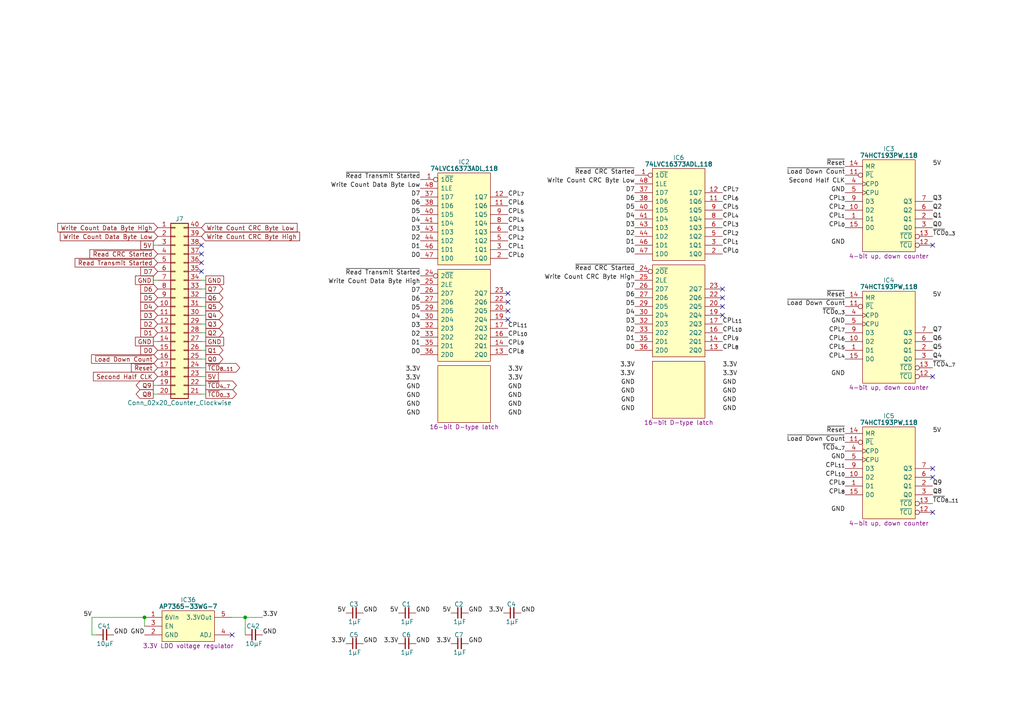
<source format=kicad_sch>
(kicad_sch (version 20231120) (generator "eeschema") (generator_version "8.0")
  (paper "A4")
  (title_block (title "SD Card Read Function") (date "2024-07-03") (rev "V2"))
  (lib_symbols
    (symbol "Connector_Generic:Conn_02x20_Counter_Clockwise" (pin_names (offset 1.016) hide)
      (property "Reference" "J" (at 1.27 25.4 0))
      (property "Value" "Conn_02x20_Counter_Clockwise" (at 1.27 -27.94 0))
      (symbol "Conn_02x20_Counter_Clockwise_1_1"
        (rectangle (start -1.27 -25.273) (end 0 -25.527) (stroke (width 0.1524)))
        (rectangle (start -1.27 -22.733) (end 0 -22.987) (stroke (width 0.1524)))
        (rectangle (start -1.27 -20.193) (end 0 -20.447) (stroke (width 0.1524)))
        (rectangle (start -1.27 -17.653) (end 0 -17.907) (stroke (width 0.1524)))
        (rectangle (start -1.27 -15.113) (end 0 -15.367) (stroke (width 0.1524)))
        (rectangle (start -1.27 -12.573) (end 0 -12.827) (stroke (width 0.1524)))
        (rectangle (start -1.27 -10.033) (end 0 -10.287) (stroke (width 0.1524)))
        (rectangle (start -1.27 -7.493) (end 0 -7.747) (stroke (width 0.1524)))
        (rectangle (start -1.27 -4.953) (end 0 -5.207) (stroke (width 0.1524)))
        (rectangle (start -1.27 -2.413) (end 0 -2.667) (stroke (width 0.1524)))
        (rectangle (start -1.27 0.127) (end 0 -0.127) (stroke (width 0.1524)))
        (rectangle (start -1.27 2.667) (end 0 2.413) (stroke (width 0.1524)))
        (rectangle (start -1.27 5.207) (end 0 4.953) (stroke (width 0.1524)))
        (rectangle (start -1.27 7.747) (end 0 7.493) (stroke (width 0.1524)))
        (rectangle (start -1.27 10.287) (end 0 10.033) (stroke (width 0.1524)))
        (rectangle (start -1.27 12.827) (end 0 12.573) (stroke (width 0.1524)))
        (rectangle (start -1.27 15.367) (end 0 15.113) (stroke (width 0.1524)))
        (rectangle (start -1.27 17.907) (end 0 17.653) (stroke (width 0.1524)))
        (rectangle (start -1.27 20.447) (end 0 20.193) (stroke (width 0.1524)))
        (rectangle (start -1.27 22.987) (end 0 22.733) (stroke (width 0.1524)))
        (rectangle (start -1.27 24.13) (end 3.81 -26.67) (stroke (width 0.254)) (fill (type background)))
        (rectangle (start 3.81 -25.273) (end 2.54 -25.527) (stroke (width 0.1524)))
        (rectangle (start 3.81 -22.733) (end 2.54 -22.987) (stroke (width 0.1524)))
        (rectangle (start 3.81 -20.193) (end 2.54 -20.447) (stroke (width 0.1524)))
        (rectangle (start 3.81 -17.653) (end 2.54 -17.907) (stroke (width 0.1524)))
        (rectangle (start 3.81 -15.113) (end 2.54 -15.367) (stroke (width 0.1524)))
        (rectangle (start 3.81 -12.573) (end 2.54 -12.827) (stroke (width 0.1524)))
        (rectangle (start 3.81 -10.033) (end 2.54 -10.287) (stroke (width 0.1524)))
        (rectangle (start 3.81 -7.493) (end 2.54 -7.747) (stroke (width 0.1524)))
        (rectangle (start 3.81 -4.953) (end 2.54 -5.207) (stroke (width 0.1524)))
        (rectangle (start 3.81 -2.413) (end 2.54 -2.667) (stroke (width 0.1524)))
        (rectangle (start 3.81 0.127) (end 2.54 -0.127) (stroke (width 0.1524)))
        (rectangle (start 3.81 2.667) (end 2.54 2.413) (stroke (width 0.1524)))
        (rectangle (start 3.81 5.207) (end 2.54 4.953) (stroke (width 0.1524)))
        (rectangle (start 3.81 7.747) (end 2.54 7.493) (stroke (width 0.1524)))
        (rectangle (start 3.81 10.287) (end 2.54 10.033) (stroke (width 0.1524)))
        (rectangle (start 3.81 12.827) (end 2.54 12.573) (stroke (width 0.1524)))
        (rectangle (start 3.81 15.367) (end 2.54 15.113) (stroke (width 0.1524)))
        (rectangle (start 3.81 17.907) (end 2.54 17.653) (stroke (width 0.1524)))
        (rectangle (start 3.81 20.447) (end 2.54 20.193) (stroke (width 0.1524)))
        (rectangle (start 3.81 22.987) (end 2.54 22.733) (stroke (width 0.1524)))
        (pin passive line (at -5.08 22.86 0) (length 3.81) (name "Pin_1") (number "1"))
        (pin passive line (at -5.08 0 0) (length 3.81) (name "Pin_10") (number "10"))
        (pin passive line (at -5.08 -2.54 0) (length 3.81) (name "Pin_11") (number "11"))
        (pin passive line (at -5.08 -5.08 0) (length 3.81) (name "Pin_12") (number "12"))
        (pin passive line (at -5.08 -7.62 0) (length 3.81) (name "Pin_13") (number "13"))
        (pin passive line (at -5.08 -10.16 0) (length 3.81) (name "Pin_14") (number "14"))
        (pin passive line (at -5.08 -12.7 0) (length 3.81) (name "Pin_15") (number "15"))
        (pin passive line (at -5.08 -15.24 0) (length 3.81) (name "Pin_16") (number "16"))
        (pin passive line (at -5.08 -17.78 0) (length 3.81) (name "Pin_17") (number "17"))
        (pin passive line (at -5.08 -20.32 0) (length 3.81) (name "Pin_18") (number "18"))
        (pin passive line (at -5.08 -22.86 0) (length 3.81) (name "Pin_19") (number "19"))
        (pin passive line (at -5.08 20.32 0) (length 3.81) (name "Pin_2") (number "2"))
        (pin passive line (at -5.08 -25.4 0) (length 3.81) (name "Pin_20") (number "20"))
        (pin passive line (at 7.62 -25.4 180) (length 3.81) (name "Pin_21") (number "21"))
        (pin passive line (at 7.62 -22.86 180) (length 3.81) (name "Pin_22") (number "22"))
        (pin passive line (at 7.62 -20.32 180) (length 3.81) (name "Pin_23") (number "23"))
        (pin passive line (at 7.62 -17.78 180) (length 3.81) (name "Pin_24") (number "24"))
        (pin passive line (at 7.62 -15.24 180) (length 3.81) (name "Pin_25") (number "25"))
        (pin passive line (at 7.62 -12.7 180) (length 3.81) (name "Pin_26") (number "26"))
        (pin passive line (at 7.62 -10.16 180) (length 3.81) (name "Pin_27") (number "27"))
        (pin passive line (at 7.62 -7.62 180) (length 3.81) (name "Pin_28") (number "28"))
        (pin passive line (at 7.62 -5.08 180) (length 3.81) (name "Pin_29") (number "29"))
        (pin passive line (at -5.08 17.78 0) (length 3.81) (name "Pin_3") (number "3"))
        (pin passive line (at 7.62 -2.54 180) (length 3.81) (name "Pin_30") (number "30"))
        (pin passive line (at 7.62 0 180) (length 3.81) (name "Pin_31") (number "31"))
        (pin passive line (at 7.62 2.54 180) (length 3.81) (name "Pin_32") (number "32"))
        (pin passive line (at 7.62 5.08 180) (length 3.81) (name "Pin_33") (number "33"))
        (pin passive line (at 7.62 7.62 180) (length 3.81) (name "Pin_34") (number "34"))
        (pin passive line (at 7.62 10.16 180) (length 3.81) (name "Pin_35") (number "35"))
        (pin passive line (at 7.62 12.7 180) (length 3.81) (name "Pin_36") (number "36"))
        (pin passive line (at 7.62 15.24 180) (length 3.81) (name "Pin_37") (number "37"))
        (pin passive line (at 7.62 17.78 180) (length 3.81) (name "Pin_38") (number "38"))
        (pin passive line (at 7.62 20.32 180) (length 3.81) (name "Pin_39") (number "39"))
        (pin passive line (at -5.08 15.24 0) (length 3.81) (name "Pin_4") (number "4"))
        (pin passive line (at 7.62 22.86 180) (length 3.81) (name "Pin_40") (number "40"))
        (pin passive line (at -5.08 12.7 0) (length 3.81) (name "Pin_5") (number "5"))
        (pin passive line (at -5.08 10.16 0) (length 3.81) (name "Pin_6") (number "6"))
        (pin passive line (at -5.08 7.62 0) (length 3.81) (name "Pin_7") (number "7"))
        (pin passive line (at -5.08 5.08 0) (length 3.81) (name "Pin_8") (number "8"))
        (pin passive line (at -5.08 2.54 0) (length 3.81) (name "Pin_9") (number "9"))
      )
    )
    (symbol "Diodes_Inc:AP7365-33WG-7" (pin_names (offset 0.762))
      (property "Reference" "IC" (at 12.7 5.08 0))
      (property "Value" "AP7365-33WG-7" (at 12.7 3.175 0))
      (property "Description" "3.3V LDO voltage regulator" (at 12.7 -8.255 0))
      (symbol "AP7365-33WG-7_0_0"
        (pin passive line (at 0 -5.08 0) (length 5.08) (name "GND") (number "2"))
        (pin input line (at 0 -2.54 0) (length 5.08) (name "EN") (number "3"))
        (pin passive line (at 25.4 -5.08 180) (length 5.08) (name "ADJ") (number "4"))
      )
      (symbol "AP7365-33WG-7_0_1"
        (polyline (pts (xy 5.08 1.905) (xy 20.32 1.905) (xy 20.32 -6.985) (xy 5.08 -6.985) (xy 5.08 1.905)) (fill (type background)))
      )
      (symbol "AP7365-33WG-7_1_0"
        (pin passive line (at 0 0 0) (length 5.08) (name "6VIn") (number "1"))
        (pin passive line (at 25.4 0 180) (length 5.08) (name "3.3VOut") (number "5"))
      )
    )
    (symbol "HCP65:C_0805" (pin_numbers hide) (pin_names (offset 0.254) hide)
      (property "Reference" "C" (at 2.286 2.54 0))
      (property "Value" "?μF" (at 2.54 -2.54 0))
      (symbol "C_0805_0_1"
        (polyline (pts (xy 1.9685 -1.4605) (xy 1.9685 1.5875)) (stroke (width 0.3048)))
        (polyline (pts (xy 2.9845 -1.4605) (xy 2.9845 1.5875)) (stroke (width 0.3302)))
      )
      (symbol "C_0805_1_1"
        (pin passive line (at 0 0 0) (length 2.032) (name "~") (number "1"))
        (pin passive line (at 5.08 0 180) (length 2.032) (name "~") (number "2"))
      )
    )
    (symbol "Nexperia:74HCT193PW,118" (pin_names (offset 0.762))
      (property "Reference" "IC" (at 12.7 5.08 0))
      (property "Value" "74HCT193PW,118" (at 12.7 3.175 0))
      (property "Description" "4-bit up, down counter" (at 12.7 -26.035 0))
      (symbol "74HCT193PW,118_0_0"
        (pin input line (at 0 -15.24 0) (length 5.08) (name "D1") (number "1"))
        (pin input line (at 0 -12.7 0) (length 5.08) (name "D2") (number "10"))
        (pin input inverted (at 0 -2.54 0) (length 5.08) (name "~{PL}") (number "11"))
        (pin input line (at 0 0 0) (length 5.08) (name "MR") (number "14"))
        (pin input line (at 0 -17.78 0) (length 5.08) (name "D0") (number "15"))
        (pin passive line (at 25.4 0 180) (length 5.08) hide (name "5V") (number "16"))
        (pin output line (at 25.4 -15.24 180) (length 5.08) (name "Q1") (number "2"))
        (pin output line (at 25.4 -17.78 180) (length 5.08) (name "Q0") (number "3"))
        (pin input clock (at 0 -5.08 0) (length 5.08) (name "CPD") (number "4"))
        (pin input clock (at 0 -7.62 0) (length 5.08) (name "CPU") (number "5"))
        (pin output line (at 25.4 -12.7 180) (length 5.08) (name "Q2") (number "6"))
        (pin output line (at 25.4 -10.16 180) (length 5.08) (name "Q3") (number "7"))
        (pin passive line (at 0 -22.86 0) (length 5.08) hide (name "GND") (number "8"))
        (pin input line (at 0 -10.16 0) (length 5.08) (name "D3") (number "9"))
      )
      (symbol "74HCT193PW,118_0_1"
        (polyline (pts (xy 5.08 1.905) (xy 20.32 1.905) (xy 20.32 -24.765) (xy 5.08 -24.765) (xy 5.08 1.905)) (stroke (width 0.1524)) (fill (type background)))
      )
      (symbol "74HCT193PW,118_1_0"
        (pin output inverted (at 25.4 -22.86 180) (length 5.08) (name "~{TCU}") (number "12"))
        (pin output inverted (at 25.4 -20.32 180) (length 5.08) (name "~{TCD}") (number "13"))
      )
    )
    (symbol "Nexperia:74LVC16373ADL,118" (pin_names (offset 0.762))
      (property "Reference" "IC" (at 12.7 5.08 0))
      (property "Value" "74LVC16373ADL,118" (at 12.7 3.175 0))
      (property "Description" "16-bit D-type latch" (at 12.7 -71.755 0))
      (symbol "74LVC16373ADL,118_0_0"
        (pin input inverted (at 0 0 0) (length 5.08) (name "1~{OE}") (number "1"))
        (pin tri_state line (at 25.4 -7.62 180) (length 5.08) (name "1Q6") (number "11"))
        (pin tri_state line (at 25.4 -5.08 180) (length 5.08) (name "1Q7") (number "12"))
        (pin tri_state line (at 25.4 -50.8 180) (length 5.08) (name "2Q0") (number "13"))
        (pin tri_state line (at 25.4 -48.26 180) (length 5.08) (name "2Q1") (number "14"))
        (pin tri_state line (at 25.4 -45.72 180) (length 5.08) (name "2Q2") (number "16"))
        (pin tri_state line (at 25.4 -43.18 180) (length 5.08) (name "2Q3") (number "17"))
        (pin tri_state line (at 25.4 -40.64 180) (length 5.08) (name "2Q4") (number "19"))
        (pin tri_state line (at 25.4 -22.86 180) (length 5.08) (name "1Q0") (number "2"))
        (pin tri_state line (at 25.4 -38.1 180) (length 5.08) (name "2Q5") (number "20"))
        (pin tri_state line (at 25.4 -35.56 180) (length 5.08) (name "2Q6") (number "22"))
        (pin tri_state line (at 25.4 -33.02 180) (length 5.08) (name "2Q7") (number "23"))
        (pin input inverted (at 0 -27.94 0) (length 5.08) (name "2~{OE}") (number "24"))
        (pin input line (at 0 -30.48 0) (length 5.08) (name "2LE") (number "25"))
        (pin input line (at 0 -33.02 0) (length 5.08) (name "2D7") (number "26"))
        (pin input line (at 0 -35.56 0) (length 5.08) (name "2D6") (number "27"))
        (pin input line (at 0 -38.1 0) (length 5.08) (name "2D5") (number "29"))
        (pin tri_state line (at 25.4 -20.32 180) (length 5.08) (name "1Q1") (number "3"))
        (pin input line (at 0 -40.64 0) (length 5.08) (name "2D4") (number "30"))
        (pin input line (at 0 -43.18 0) (length 5.08) (name "2D3") (number "32"))
        (pin input line (at 0 -45.72 0) (length 5.08) (name "2D2") (number "33"))
        (pin input line (at 0 -48.26 0) (length 5.08) (name "2D1") (number "35"))
        (pin input line (at 0 -50.8 0) (length 5.08) (name "2D0") (number "36"))
        (pin input line (at 0 -5.08 0) (length 5.08) (name "1D7") (number "37"))
        (pin input line (at 0 -10.16 0) (length 5.08) (name "1D5") (number "40"))
        (pin input line (at 0 -12.7 0) (length 5.08) (name "1D4") (number "41"))
        (pin input line (at 0 -15.24 0) (length 5.08) (name "1D3") (number "43"))
        (pin input line (at 0 -17.78 0) (length 5.08) (name "1D2") (number "44"))
        (pin input line (at 0 -20.32 0) (length 5.08) (name "1D1") (number "46"))
        (pin input line (at 0 -22.86 0) (length 5.08) (name "1D0") (number "47"))
        (pin input line (at 0 -2.54 0) (length 5.08) (name "1LE") (number "48"))
        (pin tri_state line (at 25.4 -17.78 180) (length 5.08) (name "1Q2") (number "5"))
        (pin tri_state line (at 25.4 -15.24 180) (length 5.08) (name "1Q3") (number "6"))
        (pin tri_state line (at 25.4 -12.7 180) (length 5.08) (name "1Q4") (number "8"))
        (pin tri_state line (at 25.4 -10.16 180) (length 5.08) (name "1Q5") (number "9"))
      )
      (symbol "74LVC16373ADL,118_0_1"
        (polyline (pts (xy 5.08 -53.975) (xy 20.32 -53.975) (xy 20.32 -70.485) (xy 5.08 -70.485) (xy 5.08 -53.975)) (stroke (width 0.1524)) (fill (type background)))
        (polyline (pts (xy 5.08 -26.035) (xy 20.32 -26.035) (xy 20.32 -52.705) (xy 5.08 -52.705) (xy 5.08 -26.035)) (stroke (width 0.1524)) (fill (type background)))
        (polyline (pts (xy 5.08 1.905) (xy 20.32 1.905) (xy 20.32 -24.765) (xy 5.08 -24.765) (xy 5.08 1.905)) (stroke (width 0.1524)) (fill (type background)))
      )
      (symbol "74LVC16373ADL,118_1_0"
        (pin passive line (at 0 -63.5 0) (length 5.08) hide (name "GND") (number "10"))
        (pin passive line (at 0 -66.04 0) (length 5.08) hide (name "GND") (number "15"))
        (pin passive line (at 0 -58.42 0) (length 5.08) hide (name "3V") (number "18"))
        (pin passive line (at 0 -68.58 0) (length 5.08) hide (name "GND") (number "21"))
        (pin passive line (at 25.4 -68.58 180) (length 5.08) hide (name "GND") (number "28"))
        (pin passive line (at 25.4 -58.42 180) (length 5.08) hide (name "3V") (number "31"))
        (pin passive line (at 25.4 -66.04 180) (length 5.08) hide (name "GND") (number "34"))
        (pin input line (at 0 -7.62 0) (length 5.08) (name "1D6") (number "38"))
        (pin passive line (at 25.4 -63.5 180) (length 5.08) hide (name "GND") (number "39"))
        (pin passive line (at 0 -60.96 0) (length 5.08) hide (name "GND") (number "4"))
        (pin passive line (at 25.4 -55.88 180) (length 5.08) hide (name "3V") (number "42"))
        (pin passive line (at 25.4 -60.96 180) (length 5.08) hide (name "GND") (number "45"))
        (pin passive line (at 0 -55.88 0) (length 5.08) hide (name "3V") (number "7"))
      )
    )
  )
  (junction (at 41.91 179.07))
  (junction (at 71.12 179.07))
  (no_connect (at 209.55 83.82))
  (no_connect (at 67.31 184.15))
  (no_connect (at 147.32 87.63))
  (no_connect (at 147.32 92.71))
  (no_connect (at 209.55 91.44))
  (no_connect (at 58.42 73.66))
  (no_connect (at 270.51 138.43))
  (no_connect (at 209.55 88.9))
  (no_connect (at 270.51 135.89))
  (no_connect (at 58.42 76.2))
  (no_connect (at 209.55 86.36))
  (no_connect (at 58.42 78.74))
  (no_connect (at 270.51 71.12))
  (no_connect (at 270.51 148.59))
  (no_connect (at 58.42 71.12))
  (no_connect (at 147.32 90.17))
  (no_connect (at 270.51 109.22))
  (no_connect (at 147.32 85.09))
  (wire (pts (xy 44.45 114.3) (xy 45.72 114.3)))
  (wire (pts (xy 67.31 179.07) (xy 71.12 179.07)))
  (wire (pts (xy 44.45 81.28) (xy 45.72 81.28)))
  (wire (pts (xy 59.69 83.82) (xy 58.42 83.82)))
  (wire (pts (xy 71.12 184.15) (xy 71.12 179.07)))
  (wire (pts (xy 44.45 71.12) (xy 45.72 71.12)))
  (wire (pts (xy 59.69 88.9) (xy 58.42 88.9)))
  (wire (pts (xy 59.69 96.52) (xy 58.42 96.52)))
  (wire (pts (xy 59.69 81.28) (xy 58.42 81.28)))
  (wire (pts (xy 26.67 179.07) (xy 26.67 184.15)))
  (wire (pts (xy 44.45 111.76) (xy 45.72 111.76)))
  (wire (pts (xy 59.69 93.98) (xy 58.42 93.98)))
  (wire (pts (xy 59.69 91.44) (xy 58.42 91.44)))
  (wire (pts (xy 26.67 184.15) (xy 27.94 184.15)))
  (wire (pts (xy 59.69 114.3) (xy 58.42 114.3)))
  (wire (pts (xy 59.69 111.76) (xy 58.42 111.76)))
  (wire (pts (xy 59.69 106.68) (xy 58.42 106.68)))
  (wire (pts (xy 59.69 104.14) (xy 58.42 104.14)))
  (wire (pts (xy 59.69 99.06) (xy 58.42 99.06)))
  (wire (pts (xy 41.91 179.07) (xy 41.91 181.61)))
  (wire (pts (xy 59.69 109.22) (xy 58.42 109.22)))
  (wire (pts (xy 26.67 179.07) (xy 41.91 179.07)))
  (wire (pts (xy 59.69 101.6) (xy 58.42 101.6)))
  (wire (pts (xy 59.69 86.36) (xy 58.42 86.36)))
  (wire (pts (xy 44.45 99.06) (xy 45.72 99.06)))
  (wire (pts (xy 71.12 179.07) (xy 76.2 179.07)))
  (label "GND" (at 147.32 113.03 0))
  (label "3.3V" (at 209.55 109.22 0))
  (label "D1" (at 184.15 71.12 180))
  (label "CPL_{4}" (at 245.11 104.14 180))
  (label "CPL_{5}" (at 245.11 101.6 180))
  (label "D3" (at 121.92 95.25 180))
  (label "GND" (at 245.11 55.88 180))
  (label "D0" (at 121.92 74.93 180))
  (label "3.3V" (at 130.81 186.69 180))
  (label "3.3V" (at 184.15 109.22 180))
  (label "GND" (at 209.55 111.76 0))
  (label "CPL_{10}" (at 147.32 97.79 0))
  (label "CPL_{2}" (at 147.32 69.85 0))
  (label "~{Read CRC Started}" (at 184.15 50.8 180))
  (label "CPL_{1}" (at 245.11 63.5 180))
  (label "~{TCD}_{0..3}" (at 245.11 91.44 180))
  (label "D2" (at 121.92 97.79 180))
  (label "Q5" (at 270.51 101.6 0))
  (label "D2" (at 121.92 69.85 180))
  (label "GND" (at 135.89 186.69 0))
  (label "GND" (at 105.41 186.69 0))
  (label "~{Reset}" (at 245.11 48.26 180))
  (label "Write Count Data Byte Low" (at 121.92 54.61 180))
  (label "D6" (at 184.15 58.42 180))
  (label "GND" (at 121.92 120.65 180))
  (label "D7" (at 184.15 83.82 180))
  (label "~{Read Transmit Started}" (at 121.92 52.07 180))
  (label "CPL_{7}" (at 209.55 55.88 0))
  (label "GND" (at 76.2 184.15 0))
  (label "GND" (at 209.55 114.3 0))
  (label "GND" (at 41.91 184.15 180))
  (label "CPL_{7}" (at 147.32 57.15 0))
  (label "D3" (at 121.92 67.31 180))
  (label "GND" (at 147.32 120.65 0))
  (label "GND" (at 184.15 111.76 180))
  (label "D2" (at 184.15 68.58 180))
  (label "3.3V" (at 121.92 110.49 180))
  (label "~{TCD}_{4..7}" (at 245.11 130.81 180))
  (label "Q1" (at 270.51 63.5 0))
  (label "CPL_{4}" (at 209.55 63.5 0))
  (label "GND" (at 105.41 177.8 0))
  (label "CPL_{0}" (at 209.55 73.66 0))
  (label "Q9" (at 270.51 140.97 0))
  (label "CPL_{3}" (at 245.11 58.42 180))
  (label "Q6" (at 270.51 99.06 0))
  (label "5V" (at 100.33 177.8 180))
  (label "D4" (at 184.15 63.5 180))
  (label "D0" (at 121.92 102.87 180))
  (label "~{Reset}" (at 245.11 125.73 180))
  (label "D0" (at 184.15 73.66 180))
  (label "~{Reset}" (at 245.11 86.36 180))
  (label "GND" (at 135.89 177.8 0))
  (label "Write Count Data Byte High" (at 121.92 82.55 180))
  (label "CPL_{11}" (at 147.32 95.25 0))
  (label "3.3V" (at 184.15 106.68 180))
  (label "GND" (at 245.11 71.12 180))
  (label "CPL_{8}" (at 209.55 101.6 0))
  (label "CPL_{6}" (at 245.11 99.06 180))
  (label "Q8" (at 270.51 143.51 0))
  (label "5V" (at 26.67 179.07 180))
  (label "CPL_{5}" (at 209.55 60.96 0))
  (label "3.3V" (at 147.32 107.95 0))
  (label "CPL_{4}" (at 147.32 64.77 0))
  (label "D3" (at 184.15 93.98 180))
  (label "D5" (at 184.15 60.96 180))
  (label "D6" (at 121.92 59.69 180))
  (label "CPL_{2}" (at 209.55 68.58 0))
  (label "Q3" (at 270.51 58.42 0))
  (label "D0" (at 184.15 101.6 180))
  (label "GND" (at 147.32 118.11 0))
  (label "CPL_{2}" (at 245.11 60.96 180))
  (label "CPL_{11}" (at 209.55 93.98 0))
  (label "3.3V" (at 76.2 179.07 0))
  (label "5V" (at 130.81 177.8 180))
  (label "GND" (at 245.11 148.59 180))
  (label "~{Read Transmit Started}" (at 121.92 80.01 180))
  (label "GND" (at 151.13 177.8 0))
  (label "GND" (at 121.92 115.57 180))
  (label "Write Count CRC Byte High" (at 184.15 81.28 180))
  (label "CPL_{0}" (at 245.11 66.04 180))
  (label "CPL_{9}" (at 245.11 140.97 180))
  (label "D4" (at 121.92 92.71 180))
  (label "D4" (at 121.92 64.77 180))
  (label "~{Load Down Count}" (at 245.11 128.27 180))
  (label "CPL_{7}" (at 245.11 96.52 180))
  (label "3.3V" (at 121.92 107.95 180))
  (label "D7" (at 184.15 55.88 180))
  (label "D1" (at 121.92 72.39 180))
  (label "3.3V" (at 209.55 106.68 0))
  (label "D3" (at 184.15 66.04 180))
  (label "~{Load Down Count}" (at 245.11 88.9 180))
  (label "3.3V" (at 147.32 110.49 0))
  (label "GND" (at 245.11 133.35 180))
  (label "D5" (at 184.15 88.9 180))
  (label "Write Count CRC Byte Low" (at 184.15 53.34 180))
  (label "~{TCD}_{8..11}" (at 270.51 146.05 0))
  (label "GND" (at 184.15 116.84 180))
  (label "CPL_{5}" (at 147.32 62.23 0))
  (label "D6" (at 121.92 87.63 180))
  (label "3.3V" (at 115.57 186.69 180))
  (label "CPL_{6}" (at 209.55 58.42 0))
  (label "GND" (at 120.65 186.69 0))
  (label "3.3V" (at 146.05 177.8 180))
  (label "GND" (at 147.32 115.57 0))
  (label "CPL_{9}" (at 209.55 99.06 0))
  (label "GND" (at 245.11 109.22 180))
  (label "CPL_{1}" (at 147.32 72.39 0))
  (label "GND" (at 121.92 118.11 180))
  (label "CPL_{0}" (at 147.32 74.93 0))
  (label "~{TCD}_{4..7}" (at 270.51 106.68 0))
  (label "D7" (at 121.92 57.15 180))
  (label "CPL_{10}" (at 209.55 96.52 0))
  (label "Q2" (at 270.51 60.96 0))
  (label "CPL_{11}" (at 245.11 135.89 180))
  (label "D5" (at 121.92 90.17 180))
  (label "~{Load Down Count}" (at 245.11 50.8 180))
  (label "GND" (at 209.55 119.38 0))
  (label "3.3V" (at 100.33 186.69 180))
  (label "CPL_{9}" (at 147.32 100.33 0))
  (label "CPL_{10}" (at 245.11 138.43 180))
  (label "CPL_{3}" (at 147.32 67.31 0))
  (label "GND" (at 120.65 177.8 0))
  (label "~{Read CRC Started}" (at 184.15 78.74 180))
  (label "5V" (at 270.51 125.73 0))
  (label "D6" (at 184.15 86.36 180))
  (label "CPL_{6}" (at 147.32 59.69 0))
  (label "5V" (at 270.51 48.26 0))
  (label "GND" (at 209.55 116.84 0))
  (label "GND" (at 184.15 119.38 180))
  (label "~{TCD}_{0..3}" (at 270.51 68.58 0))
  (label "5V" (at 115.57 177.8 180))
  (label "CPL_{8}" (at 147.32 102.87 0))
  (label "CPL_{3}" (at 209.55 66.04 0))
  (label "Q4" (at 270.51 104.14 0))
  (label "Second Half CLK" (at 245.11 53.34 180))
  (label "D4" (at 184.15 91.44 180))
  (label "D5" (at 121.92 62.23 180))
  (label "Q0" (at 270.51 66.04 0))
  (label "CPL_{1}" (at 209.55 71.12 0))
  (label "GND" (at 184.15 114.3 180))
  (label "CPL_{8}" (at 245.11 143.51 180))
  (label "D2" (at 184.15 96.52 180))
  (label "Q7" (at 270.51 96.52 0))
  (label "D1" (at 121.92 100.33 180))
  (label "GND" (at 121.92 113.03 180))
  (label "GND" (at 245.11 93.98 180))
  (label "D7" (at 121.92 85.09 180))
  (label "5V" (at 270.51 86.36 0))
  (label "GND" (at 33.02 184.15 0))
  (label "D1" (at 184.15 99.06 180))
  (global_label "Q8" (shape output) (at 44.45 114.3 180) (property "Intersheetrefs" "${INTERSHEET_REFS}" (effects (hide yes))))
  (global_label "D5" (shape input) (at 45.72 86.36 180) (property "Intersheetrefs" "${INTERSHEET_REFS}" (effects (hide yes))))
  (global_label "5V" (shape passive) (at 44.45 71.12 180) (property "Intersheetrefs" "${INTERSHEET_REFS}" (effects (hide yes))))
  (global_label "Write Count Data Byte High" (shape input) (at 45.72 66.04 180) (property "Intersheetrefs" "${INTERSHEET_REFS}" (effects (hide yes))))
  (global_label "Write Count CRC Byte Low" (shape input) (at 58.42 66.04 0) (property "Intersheetrefs" "${INTERSHEET_REFS}" (effects (hide yes))))
  (global_label "Q0" (shape output) (at 59.69 104.14 0) (property "Intersheetrefs" "${INTERSHEET_REFS}" (effects (hide yes))))
  (global_label "Q4" (shape output) (at 59.69 91.44 0) (property "Intersheetrefs" "${INTERSHEET_REFS}" (effects (hide yes))))
  (global_label "~{Load Down Count}" (shape input) (at 45.72 104.14 180) (property "Intersheetrefs" "${INTERSHEET_REFS}" (effects (hide yes))))
  (global_label "D2" (shape input) (at 45.72 93.98 180) (property "Intersheetrefs" "${INTERSHEET_REFS}" (effects (hide yes))))
  (global_label "D6" (shape input) (at 45.72 83.82 180) (property "Intersheetrefs" "${INTERSHEET_REFS}" (effects (hide yes))))
  (global_label "GND" (shape passive) (at 59.69 99.06 0) (property "Intersheetrefs" "${INTERSHEET_REFS}" (effects (hide yes))))
  (global_label "D4" (shape input) (at 45.72 88.9 180) (property "Intersheetrefs" "${INTERSHEET_REFS}" (effects (hide yes))))
  (global_label "D1" (shape input) (at 45.72 96.52 180) (property "Intersheetrefs" "${INTERSHEET_REFS}" (effects (hide yes))))
  (global_label "D0" (shape input) (at 45.72 101.6 180) (property "Intersheetrefs" "${INTERSHEET_REFS}" (effects (hide yes))))
  (global_label "GND" (shape passive) (at 44.45 99.06 180) (property "Intersheetrefs" "${INTERSHEET_REFS}" (effects (hide yes))))
  (global_label "~{TCD}_{8..11}" (shape output) (at 59.69 106.68 0) (property "Intersheetrefs" "${INTERSHEET_REFS}" (effects (hide yes))))
  (global_label "~{TCD}_{0..3}" (shape output) (at 59.69 114.3 0) (property "Intersheetrefs" "${INTERSHEET_REFS}" (effects (hide yes))))
  (global_label "~{TCD}_{4..7}" (shape output) (at 59.69 111.76 0) (property "Intersheetrefs" "${INTERSHEET_REFS}" (effects (hide yes))))
  (global_label "Q1" (shape output) (at 59.69 101.6 0) (property "Intersheetrefs" "${INTERSHEET_REFS}" (effects (hide yes))))
  (global_label "5V" (shape passive) (at 59.69 109.22 0) (property "Intersheetrefs" "${INTERSHEET_REFS}" (effects (hide yes))))
  (global_label "Write Count Data Byte Low" (shape input) (at 45.72 68.58 180) (property "Intersheetrefs" "${INTERSHEET_REFS}" (effects (hide yes))))
  (global_label "Write Count CRC Byte High" (shape input) (at 58.42 68.58 0) (property "Intersheetrefs" "${INTERSHEET_REFS}" (effects (hide yes))))
  (global_label "Q5" (shape output) (at 59.69 88.9 0) (property "Intersheetrefs" "${INTERSHEET_REFS}" (effects (hide yes))))
  (global_label "D3" (shape input) (at 45.72 91.44 180) (property "Intersheetrefs" "${INTERSHEET_REFS}" (effects (hide yes))))
  (global_label "GND" (shape passive) (at 44.45 81.28 180) (property "Intersheetrefs" "${INTERSHEET_REFS}" (effects (hide yes))))
  (global_label "Q9" (shape output) (at 44.45 111.76 180) (property "Intersheetrefs" "${INTERSHEET_REFS}" (effects (hide yes))))
  (global_label "Q2" (shape output) (at 59.69 96.52 0) (property "Intersheetrefs" "${INTERSHEET_REFS}" (effects (hide yes))))
  (global_label "D7" (shape input) (at 45.72 78.74 180) (property "Intersheetrefs" "${INTERSHEET_REFS}" (effects (hide yes))))
  (global_label "~{Read Transmit Started}" (shape input) (at 45.72 76.2 180) (property "Intersheetrefs" "${INTERSHEET_REFS}" (effects (hide yes))))
  (global_label "GND" (shape passive) (at 59.69 81.28 0) (property "Intersheetrefs" "${INTERSHEET_REFS}" (effects (hide yes))))
  (global_label "Q7" (shape output) (at 59.69 83.82 0) (property "Intersheetrefs" "${INTERSHEET_REFS}" (effects (hide yes))))
  (global_label "~{Read CRC Started}" (shape input) (at 45.72 73.66 180) (property "Intersheetrefs" "${INTERSHEET_REFS}" (effects (hide yes))))
  (global_label "Q3" (shape output) (at 59.69 93.98 0) (property "Intersheetrefs" "${INTERSHEET_REFS}" (effects (hide yes))))
  (global_label "Second Half CLK" (shape input) (at 45.72 109.22 180) (property "Intersheetrefs" "${INTERSHEET_REFS}" (effects (hide yes))))
  (global_label "~{Reset}" (shape input) (at 45.72 106.68 180) (property "Intersheetrefs" "${INTERSHEET_REFS}" (effects (hide yes))))
  (global_label "Q6" (shape output) (at 59.69 86.36 0) (property "Intersheetrefs" "${INTERSHEET_REFS}" (effects (hide yes))))
  (symbol (lib_id "HCP65:C_0805") (at 71.12 184.15 0) (unit 1)
    (property "Reference" "C42" (at 73.406 181.61 0))
    (property "Value" "10μF" (at 73.66 186.69 0))
    (property "Footprint" "SamacSys_Parts:C_0805" (effects (hide yes)))
  )
  (symbol (lib_id "Connector_Generic:Conn_02x20_Counter_Clockwise") (at 50.8 88.9 0) (unit 1)
    (property "Reference" "J7" (at 52.07 63.5 0))
    (property "Value" "Conn_02x20_Counter_Clockwise" (at 52.07 116.84 0))
    (property "Footprint" "SamacSys_Parts:DIP-40_Board_W22.86mm" (effects (hide yes)))
    (property "Description" "Generic connector, double row, 02x20, counter clockwise pin numbering scheme (similar to DIP package numbering), script generated (kicad-library-utils/schlib/autogen/connector/)" (effects (hide yes)))
  )
  (symbol (lib_id "HCP65:C_0805") (at 130.81 177.8 0) (unit 1)
    (property "Reference" "C2" (at 133.096 175.26 0))
    (property "Value" "1μF" (at 133.35 180.34 0))
    (property "Footprint" "SamacSys_Parts:C_0805" (effects (hide yes)))
  )
  (symbol (lib_id "Nexperia:74HCT193PW,118") (at 245.11 48.26 0) (unit 1)
    (property "Reference" "IC3" (at 257.81 43.18 0))
    (property "Value" "74HCT193PW,118" (at 257.81 45.085 0) (effects (font (bold yes))))
    (property "Footprint" "SamacSys_Parts:SOP65P640X110-16N" (effects (hide yes)))
    (property "Datasheet" "https://assets.nexperia.com/documents/data-sheet/74HC_HCT193.pdf" (effects (hide yes)))
    (property "Description" "4-bit up, down counter" (at 257.81 74.295 0))
    (property "Height" "1.1" (effects (hide yes)))
    (property "Manufacturer_Name" "Nexperia" (effects (hide yes)))
    (property "Manufacturer_Part_Number" "74HCT193PW,118" (effects (hide yes)))
    (property "Mouser Part Number" "771-HCT193PW118" (effects (hide yes)))
    (property "Mouser Price/Stock" "https://www.mouser.co.uk/ProductDetail/Nexperia/74HCT193PW118?qs=P62ublwmbi96noElXD4DzA%3D%3D" (effects (hide yes)))
    (property "Silkscreen" "74HCT193" (effects (hide yes)))
    (property "Garbage" "74HC(T)193 - Presettable synchronous 4-bit binary up, down counter@en-us" (effects (hide yes)))
  )
  (symbol (lib_id "HCP65:C_0805") (at 27.94 184.15 0) (unit 1)
    (property "Reference" "C41" (at 30.226 181.61 0))
    (property "Value" "10μF" (at 30.48 186.69 0))
    (property "Footprint" "SamacSys_Parts:C_0805" (effects (hide yes)))
  )
  (symbol (lib_id "Nexperia:74LVC16373ADL,118") (at 184.15 50.8 0) (unit 1)
    (property "Reference" "IC6" (at 196.85 45.72 0))
    (property "Value" "74LVC16373ADL,118" (at 196.85 47.625 0) (effects (font (bold yes))))
    (property "Footprint" "SamacSys_Parts:SOP64P1025X280-48N" (effects (hide yes)))
    (property "Datasheet" "https://componentsearchengine.com/Datasheets/1/74LVC16373ADL,118.pdf" (effects (hide yes)))
    (property "Description" "16-bit D-type latch" (at 196.85 122.555 0))
    (property "Height" "2.8" (effects (hide yes)))
    (property "Mouser Part Number" "771-LVC16373ADL118" (effects (hide yes)))
    (property "Mouser Price/Stock" "https://www.mouser.com/Search/Refine.aspx?Keyword=771-LVC16373ADL118" (effects (hide yes)))
    (property "Manufacturer_Name" "Nexperia" (effects (hide yes)))
    (property "Manufacturer_Part_Number" "74LVC16373ADL,118" (effects (hide yes)))
    (property "Silkscreen" "74LVC16373" (effects (hide yes)))
    (property "Garbage" "74LVC16373A; 74LVCH16373A - 16-bit D-type transparent latch with 5 V tolerant inputs/outputs; 3-state@en-us" (effects (hide yes)))
  )
  (symbol (lib_id "HCP65:C_0805") (at 115.57 177.8 0) (unit 1)
    (property "Reference" "C1" (at 117.856 175.26 0))
    (property "Value" "1μF" (at 118.11 180.34 0))
    (property "Footprint" "SamacSys_Parts:C_0805" (effects (hide yes)))
  )
  (symbol (lib_id "HCP65:C_0805") (at 146.05 177.8 0) (unit 1)
    (property "Reference" "C4" (at 148.336 175.26 0))
    (property "Value" "1μF" (at 148.59 180.34 0))
    (property "Footprint" "SamacSys_Parts:C_0805" (effects (hide yes)))
  )
  (symbol (lib_id "Nexperia:74LVC16373ADL,118") (at 121.92 52.07 0) (unit 1)
    (property "Reference" "IC2" (at 134.62 46.99 0))
    (property "Value" "74LVC16373ADL,118" (at 134.62 48.895 0) (effects (font (bold yes))))
    (property "Footprint" "SamacSys_Parts:SOP64P1025X280-48N" (effects (hide yes)))
    (property "Datasheet" "https://componentsearchengine.com/Datasheets/1/74LVC16373ADL,118.pdf" (effects (hide yes)))
    (property "Description" "16-bit D-type latch" (at 134.62 123.825 0))
    (property "Height" "2.8" (effects (hide yes)))
    (property "Mouser Part Number" "771-LVC16373ADL118" (effects (hide yes)))
    (property "Mouser Price/Stock" "https://www.mouser.com/Search/Refine.aspx?Keyword=771-LVC16373ADL118" (effects (hide yes)))
    (property "Manufacturer_Name" "Nexperia" (effects (hide yes)))
    (property "Manufacturer_Part_Number" "74LVC16373ADL,118" (effects (hide yes)))
    (property "Silkscreen" "74LVC16373" (effects (hide yes)))
    (property "Garbage" "74LVC16373A; 74LVCH16373A - 16-bit D-type transparent latch with 5 V tolerant inputs/outputs; 3-state@en-us" (effects (hide yes)))
  )
  (symbol (lib_id "Diodes_Inc:AP7365-33WG-7") (at 41.91 179.07 0) (unit 1)
    (property "Reference" "IC36" (at 54.61 173.99 0))
    (property "Value" "AP7365-33WG-7" (at 54.61 175.895 0) (effects (font (bold yes))))
    (property "Footprint" "SamacSys_Parts:SOT95P285X130-5N" (effects (hide yes)))
    (property "Datasheet" "https://componentsearchengine.com/Datasheets/1/AP7365-33WG-7.pdf" (effects (hide yes)))
    (property "Description" "3.3V LDO voltage regulator" (at 54.61 187.325 0))
    (property "Height" "1.3" (effects (hide yes)))
    (property "Manufacturer_Name" "Diodes Inc." (effects (hide yes)))
    (property "Manufacturer_Part_Number" "AP7365-33WG-7" (effects (hide yes)))
    (property "Mouser Part Number" "621-AP7365-33WG-7" (effects (hide yes)))
    (property "Mouser Price/Stock" "https://www.mouser.co.uk/ProductDetail/Diodes-Incorporated/AP7365-33WG-7?qs=abZ1nkZpTuOZFvxvoFPL0w%3D%3D" (effects (hide yes)))
    (property "Arrow Part Number" "AP7365-33WG-7" (effects (hide yes)))
    (property "Arrow Price/Stock" "https://www.arrow.com/en/products/ap7365-33wg-7/diodes-incorporated?region=nac" (effects (hide yes)))
    (property "Silkscreen" "AP7365" (effects (hide yes)))
  )
  (symbol (lib_id "Nexperia:74HCT193PW,118") (at 245.11 125.73 0) (unit 1)
    (property "Reference" "IC5" (at 257.81 120.65 0))
    (property "Value" "74HCT193PW,118" (at 257.81 122.555 0) (effects (font (bold yes))))
    (property "Footprint" "SamacSys_Parts:SOP65P640X110-16N" (effects (hide yes)))
    (property "Datasheet" "https://assets.nexperia.com/documents/data-sheet/74HC_HCT193.pdf" (effects (hide yes)))
    (property "Description" "4-bit up, down counter" (at 257.81 151.765 0))
    (property "Height" "1.1" (effects (hide yes)))
    (property "Manufacturer_Name" "Nexperia" (effects (hide yes)))
    (property "Manufacturer_Part_Number" "74HCT193PW,118" (effects (hide yes)))
    (property "Mouser Part Number" "771-HCT193PW118" (effects (hide yes)))
    (property "Mouser Price/Stock" "https://www.mouser.co.uk/ProductDetail/Nexperia/74HCT193PW118?qs=P62ublwmbi96noElXD4DzA%3D%3D" (effects (hide yes)))
    (property "Silkscreen" "74HCT193" (effects (hide yes)))
    (property "Garbage" "74HC(T)193 - Presettable synchronous 4-bit binary up, down counter@en-us" (effects (hide yes)))
  )
  (symbol (lib_id "HCP65:C_0805") (at 130.81 186.69 0) (unit 1)
    (property "Reference" "C7" (at 133.096 184.15 0))
    (property "Value" "1μF" (at 133.35 189.23 0))
    (property "Footprint" "SamacSys_Parts:C_0805" (effects (hide yes)))
  )
  (symbol (lib_id "HCP65:C_0805") (at 115.57 186.69 0) (unit 1)
    (property "Reference" "C6" (at 117.856 184.15 0))
    (property "Value" "1μF" (at 118.11 189.23 0))
    (property "Footprint" "SamacSys_Parts:C_0805" (effects (hide yes)))
  )
  (symbol (lib_id "Nexperia:74HCT193PW,118") (at 245.11 86.36 0) (unit 1)
    (property "Reference" "IC4" (at 257.81 81.28 0))
    (property "Value" "74HCT193PW,118" (at 257.81 83.185 0) (effects (font (bold yes))))
    (property "Footprint" "SamacSys_Parts:SOP65P640X110-16N" (effects (hide yes)))
    (property "Datasheet" "https://assets.nexperia.com/documents/data-sheet/74HC_HCT193.pdf" (effects (hide yes)))
    (property "Description" "4-bit up, down counter" (at 257.81 112.395 0))
    (property "Height" "1.1" (effects (hide yes)))
    (property "Manufacturer_Name" "Nexperia" (effects (hide yes)))
    (property "Manufacturer_Part_Number" "74HCT193PW,118" (effects (hide yes)))
    (property "Mouser Part Number" "771-HCT193PW118" (effects (hide yes)))
    (property "Mouser Price/Stock" "https://www.mouser.co.uk/ProductDetail/Nexperia/74HCT193PW118?qs=P62ublwmbi96noElXD4DzA%3D%3D" (effects (hide yes)))
    (property "Silkscreen" "74HCT193" (effects (hide yes)))
    (property "Garbage" "74HC(T)193 - Presettable synchronous 4-bit binary up, down counter@en-us" (effects (hide yes)))
  )
  (symbol (lib_id "HCP65:C_0805") (at 100.33 177.8 0) (unit 1)
    (property "Reference" "C3" (at 102.616 175.26 0))
    (property "Value" "1μF" (at 102.87 180.34 0))
    (property "Footprint" "SamacSys_Parts:C_0805" (effects (hide yes)))
  )
  (symbol (lib_id "HCP65:C_0805") (at 100.33 186.69 0) (unit 1)
    (property "Reference" "C5" (at 102.616 184.15 0))
    (property "Value" "1μF" (at 102.87 189.23 0))
    (property "Footprint" "SamacSys_Parts:C_0805" (effects (hide yes)))
  )
)
</source>
